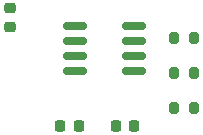
<source format=gbr>
%TF.GenerationSoftware,KiCad,Pcbnew,9.0.5*%
%TF.CreationDate,2025-10-22T12:52:36+02:00*%
%TF.ProjectId,tut_1,7475745f-312e-46b6-9963-61645f706362,rev?*%
%TF.SameCoordinates,Original*%
%TF.FileFunction,Paste,Top*%
%TF.FilePolarity,Positive*%
%FSLAX46Y46*%
G04 Gerber Fmt 4.6, Leading zero omitted, Abs format (unit mm)*
G04 Created by KiCad (PCBNEW 9.0.5) date 2025-10-22 12:52:36*
%MOMM*%
%LPD*%
G01*
G04 APERTURE LIST*
G04 Aperture macros list*
%AMRoundRect*
0 Rectangle with rounded corners*
0 $1 Rounding radius*
0 $2 $3 $4 $5 $6 $7 $8 $9 X,Y pos of 4 corners*
0 Add a 4 corners polygon primitive as box body*
4,1,4,$2,$3,$4,$5,$6,$7,$8,$9,$2,$3,0*
0 Add four circle primitives for the rounded corners*
1,1,$1+$1,$2,$3*
1,1,$1+$1,$4,$5*
1,1,$1+$1,$6,$7*
1,1,$1+$1,$8,$9*
0 Add four rect primitives between the rounded corners*
20,1,$1+$1,$2,$3,$4,$5,0*
20,1,$1+$1,$4,$5,$6,$7,0*
20,1,$1+$1,$6,$7,$8,$9,0*
20,1,$1+$1,$8,$9,$2,$3,0*%
G04 Aperture macros list end*
%ADD10RoundRect,0.218750X-0.256250X0.218750X-0.256250X-0.218750X0.256250X-0.218750X0.256250X0.218750X0*%
%ADD11RoundRect,0.162500X-0.825000X-0.162500X0.825000X-0.162500X0.825000X0.162500X-0.825000X0.162500X0*%
%ADD12RoundRect,0.225000X0.225000X0.250000X-0.225000X0.250000X-0.225000X-0.250000X0.225000X-0.250000X0*%
%ADD13RoundRect,0.200000X0.200000X0.275000X-0.200000X0.275000X-0.200000X-0.275000X0.200000X-0.275000X0*%
%ADD14RoundRect,0.200000X-0.200000X-0.275000X0.200000X-0.275000X0.200000X0.275000X-0.200000X0.275000X0*%
G04 APERTURE END LIST*
D10*
%TO.C,D1*%
X131000000Y-85075000D03*
X131000000Y-83500000D03*
%TD*%
D11*
%TO.C,U1*%
X136425000Y-85000000D03*
X136425000Y-86270000D03*
X136425000Y-87540000D03*
X136425000Y-88810000D03*
X141500000Y-88810000D03*
X141500000Y-87540000D03*
X141500000Y-86270000D03*
X141500000Y-85000000D03*
%TD*%
D12*
%TO.C,C2*%
X141500000Y-93500000D03*
X139950000Y-93500000D03*
%TD*%
%TO.C,C1*%
X136775000Y-93500000D03*
X135225000Y-93500000D03*
%TD*%
D13*
%TO.C,R3*%
X146500000Y-92000000D03*
X144850000Y-92000000D03*
%TD*%
D14*
%TO.C,R2*%
X144850000Y-89000000D03*
X146500000Y-89000000D03*
%TD*%
%TO.C,R1*%
X144850000Y-86000000D03*
X146500000Y-86000000D03*
%TD*%
M02*

</source>
